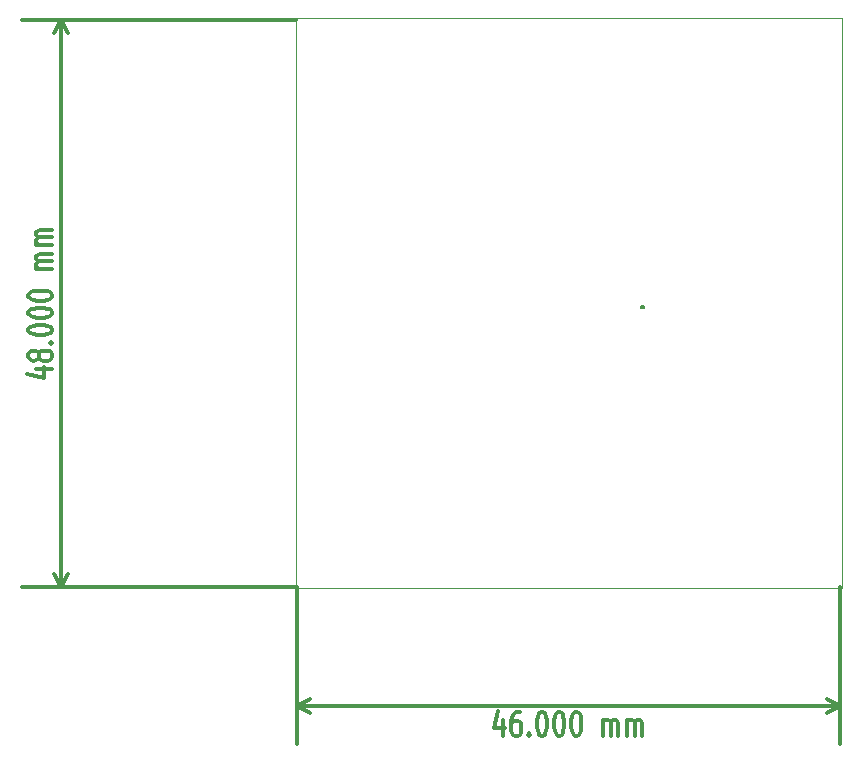
<source format=gbr>
%FSLAX34Y34*%
G04 Gerber Fmt 3.4, Leading zero omitted, Abs format*
G04 (created by PCBNEW (2013-10-29 BZR 4389)-product) date 1/27/2015 10:36:27 PM*
%MOIN*%
G01*
G70*
G90*
G04 APERTURE LIST*
%ADD10C,0.005906*%
%ADD11C,0.012000*%
%ADD12C,0.003900*%
G04 APERTURE END LIST*
G54D10*
G54D11*
X39247Y-42318D02*
X39780Y-42318D01*
X38942Y-42460D02*
X39514Y-42603D01*
X39514Y-42232D01*
X39323Y-41918D02*
X39285Y-41975D01*
X39247Y-42003D01*
X39171Y-42032D01*
X39133Y-42032D01*
X39057Y-42003D01*
X39019Y-41975D01*
X38980Y-41918D01*
X38980Y-41803D01*
X39019Y-41746D01*
X39057Y-41718D01*
X39133Y-41689D01*
X39171Y-41689D01*
X39247Y-41718D01*
X39285Y-41746D01*
X39323Y-41803D01*
X39323Y-41918D01*
X39361Y-41975D01*
X39400Y-42003D01*
X39476Y-42032D01*
X39628Y-42032D01*
X39704Y-42003D01*
X39742Y-41975D01*
X39780Y-41918D01*
X39780Y-41803D01*
X39742Y-41746D01*
X39704Y-41718D01*
X39628Y-41689D01*
X39476Y-41689D01*
X39400Y-41718D01*
X39361Y-41746D01*
X39323Y-41803D01*
X39704Y-41432D02*
X39742Y-41403D01*
X39780Y-41432D01*
X39742Y-41460D01*
X39704Y-41432D01*
X39780Y-41432D01*
X38980Y-41032D02*
X38980Y-40975D01*
X39019Y-40918D01*
X39057Y-40889D01*
X39133Y-40860D01*
X39285Y-40832D01*
X39476Y-40832D01*
X39628Y-40860D01*
X39704Y-40889D01*
X39742Y-40918D01*
X39780Y-40975D01*
X39780Y-41032D01*
X39742Y-41089D01*
X39704Y-41118D01*
X39628Y-41146D01*
X39476Y-41175D01*
X39285Y-41175D01*
X39133Y-41146D01*
X39057Y-41118D01*
X39019Y-41089D01*
X38980Y-41032D01*
X38980Y-40460D02*
X38980Y-40403D01*
X39019Y-40346D01*
X39057Y-40318D01*
X39133Y-40289D01*
X39285Y-40260D01*
X39476Y-40260D01*
X39628Y-40289D01*
X39704Y-40318D01*
X39742Y-40346D01*
X39780Y-40403D01*
X39780Y-40460D01*
X39742Y-40518D01*
X39704Y-40546D01*
X39628Y-40575D01*
X39476Y-40603D01*
X39285Y-40603D01*
X39133Y-40575D01*
X39057Y-40546D01*
X39019Y-40518D01*
X38980Y-40460D01*
X38980Y-39889D02*
X38980Y-39832D01*
X39019Y-39775D01*
X39057Y-39746D01*
X39133Y-39718D01*
X39285Y-39689D01*
X39476Y-39689D01*
X39628Y-39718D01*
X39704Y-39746D01*
X39742Y-39775D01*
X39780Y-39832D01*
X39780Y-39889D01*
X39742Y-39946D01*
X39704Y-39975D01*
X39628Y-40003D01*
X39476Y-40032D01*
X39285Y-40032D01*
X39133Y-40003D01*
X39057Y-39975D01*
X39019Y-39946D01*
X38980Y-39889D01*
X39780Y-38975D02*
X39247Y-38975D01*
X39323Y-38975D02*
X39285Y-38946D01*
X39247Y-38889D01*
X39247Y-38803D01*
X39285Y-38746D01*
X39361Y-38718D01*
X39780Y-38718D01*
X39361Y-38718D02*
X39285Y-38689D01*
X39247Y-38632D01*
X39247Y-38546D01*
X39285Y-38489D01*
X39361Y-38460D01*
X39780Y-38460D01*
X39780Y-38175D02*
X39247Y-38175D01*
X39323Y-38175D02*
X39285Y-38146D01*
X39247Y-38089D01*
X39247Y-38003D01*
X39285Y-37946D01*
X39361Y-37918D01*
X39780Y-37918D01*
X39361Y-37918D02*
X39285Y-37889D01*
X39247Y-37832D01*
X39247Y-37746D01*
X39285Y-37689D01*
X39361Y-37660D01*
X39780Y-37660D01*
X40059Y-49566D02*
X40059Y-30669D01*
X47893Y-49566D02*
X38779Y-49566D01*
X47893Y-30669D02*
X38779Y-30669D01*
X40059Y-30669D02*
X40289Y-31112D01*
X40059Y-30669D02*
X39828Y-31112D01*
X40059Y-49566D02*
X40289Y-49123D01*
X40059Y-49566D02*
X39828Y-49123D01*
X54788Y-53992D02*
X54788Y-54525D01*
X54645Y-53687D02*
X54502Y-54258D01*
X54873Y-54258D01*
X55359Y-53725D02*
X55245Y-53725D01*
X55188Y-53763D01*
X55159Y-53801D01*
X55102Y-53916D01*
X55073Y-54068D01*
X55073Y-54373D01*
X55102Y-54449D01*
X55131Y-54487D01*
X55188Y-54525D01*
X55302Y-54525D01*
X55359Y-54487D01*
X55388Y-54449D01*
X55416Y-54373D01*
X55416Y-54182D01*
X55388Y-54106D01*
X55359Y-54068D01*
X55302Y-54030D01*
X55188Y-54030D01*
X55131Y-54068D01*
X55102Y-54106D01*
X55073Y-54182D01*
X55673Y-54449D02*
X55702Y-54487D01*
X55673Y-54525D01*
X55645Y-54487D01*
X55673Y-54449D01*
X55673Y-54525D01*
X56073Y-53725D02*
X56131Y-53725D01*
X56188Y-53763D01*
X56216Y-53801D01*
X56245Y-53877D01*
X56273Y-54030D01*
X56273Y-54220D01*
X56245Y-54373D01*
X56216Y-54449D01*
X56188Y-54487D01*
X56131Y-54525D01*
X56073Y-54525D01*
X56016Y-54487D01*
X55988Y-54449D01*
X55959Y-54373D01*
X55931Y-54220D01*
X55931Y-54030D01*
X55959Y-53877D01*
X55988Y-53801D01*
X56016Y-53763D01*
X56073Y-53725D01*
X56645Y-53725D02*
X56702Y-53725D01*
X56759Y-53763D01*
X56788Y-53801D01*
X56816Y-53877D01*
X56845Y-54030D01*
X56845Y-54220D01*
X56816Y-54373D01*
X56788Y-54449D01*
X56759Y-54487D01*
X56702Y-54525D01*
X56645Y-54525D01*
X56588Y-54487D01*
X56559Y-54449D01*
X56531Y-54373D01*
X56502Y-54220D01*
X56502Y-54030D01*
X56531Y-53877D01*
X56559Y-53801D01*
X56588Y-53763D01*
X56645Y-53725D01*
X57216Y-53725D02*
X57273Y-53725D01*
X57331Y-53763D01*
X57359Y-53801D01*
X57388Y-53877D01*
X57416Y-54030D01*
X57416Y-54220D01*
X57388Y-54373D01*
X57359Y-54449D01*
X57331Y-54487D01*
X57273Y-54525D01*
X57216Y-54525D01*
X57159Y-54487D01*
X57131Y-54449D01*
X57102Y-54373D01*
X57073Y-54220D01*
X57073Y-54030D01*
X57102Y-53877D01*
X57131Y-53801D01*
X57159Y-53763D01*
X57216Y-53725D01*
X58131Y-54525D02*
X58131Y-53992D01*
X58131Y-54068D02*
X58159Y-54030D01*
X58216Y-53992D01*
X58302Y-53992D01*
X58359Y-54030D01*
X58388Y-54106D01*
X58388Y-54525D01*
X58388Y-54106D02*
X58416Y-54030D01*
X58473Y-53992D01*
X58559Y-53992D01*
X58616Y-54030D01*
X58645Y-54106D01*
X58645Y-54525D01*
X58931Y-54525D02*
X58931Y-53992D01*
X58931Y-54068D02*
X58959Y-54030D01*
X59016Y-53992D01*
X59102Y-53992D01*
X59159Y-54030D01*
X59188Y-54106D01*
X59188Y-54525D01*
X59188Y-54106D02*
X59216Y-54030D01*
X59273Y-53992D01*
X59359Y-53992D01*
X59416Y-54030D01*
X59445Y-54106D01*
X59445Y-54525D01*
X66043Y-53523D02*
X47933Y-53523D01*
X66043Y-49586D02*
X66043Y-54803D01*
X47933Y-49586D02*
X47933Y-54803D01*
X47933Y-53523D02*
X48376Y-53292D01*
X47933Y-53523D02*
X48376Y-53754D01*
X66043Y-53523D02*
X65599Y-53292D01*
X66043Y-53523D02*
X65599Y-53754D01*
G54D12*
X47901Y-30613D02*
X47901Y-49590D01*
X47901Y-49590D02*
X66089Y-49590D01*
X66089Y-30613D02*
X66089Y-49590D01*
X47901Y-30613D02*
X66089Y-30613D01*
G54D10*
X59394Y-40199D02*
X59394Y-40256D01*
X59511Y-40256D01*
X59511Y-40199D01*
X59394Y-40199D01*
M02*

</source>
